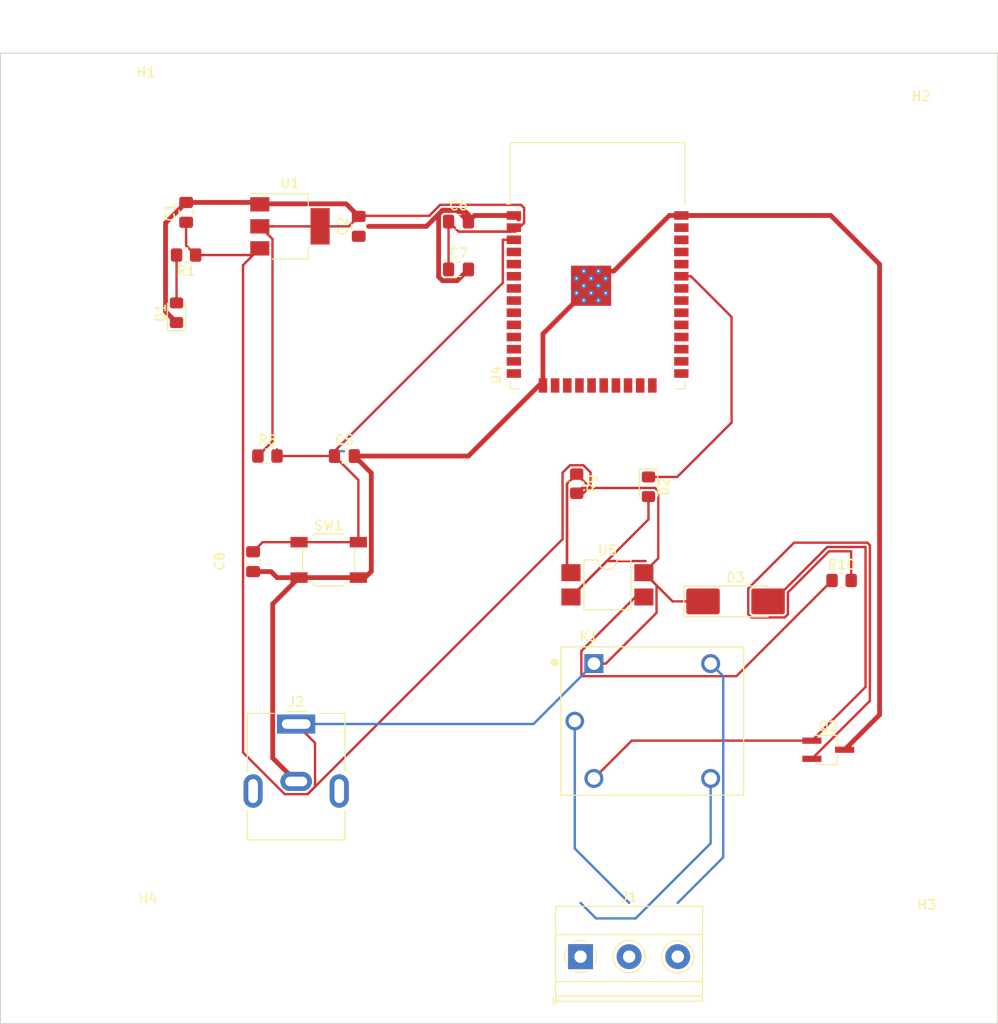
<source format=kicad_pcb>
(kicad_pcb (version 20240108) (generator "pcbnew") (generator_version "8.0")
  (layers (0 "F.Cu" signal) (31 "B.Cu" signal) (34 "B.Paste" user) (35 "F.Paste" user) (36 "B.SilkS" user "B.Silkscreen") (37 "F.SilkS" user "F.Silkscreen") (38 "B.Mask" user) (39 "F.Mask" user) (44 "Edge.Cuts" user))
  (net 0 "")
  (net 1 "+5V")
  (net 2 "GND")
  (net 3 "+3.3V")
  (net 4 "/RESET")
  (net 5 "Net-(D1-A)")
  (net 6 "/IO_21")
  (net 7 "Net-(D2-A)")
  (net 8 "Net-(D3-A)")
  (net 9 "/COM-1")
  (net 10 "/NO-1")
  (net 11 "/NC-1")
  (net 12 "Net-(Q2-B)")
  (net 13 "Net-(R9-Pad1)")
  (net 14 "Net-(R10-Pad1)")
  (footprint "Capacitor_SMD:C_0805_2012Metric_Pad1.18x1.45mm_HandSolder" (layer "F.Cu") (at 143.4625 74)
    (property "Reference" "C6" (at 0 -1.68 0) (layer "F.SilkS"))
    (property "Value" "0.1uF")
    (fp_line (start -0.261252 -0.735) (end 0.261252 -0.735) (stroke (width 0.12)) (layer "F.SilkS"))
    (fp_line (start -0.261252 0.735) (end 0.261252 0.735) (stroke (width 0.12)) (layer "F.SilkS"))
    (pad "1" smd roundrect (at -1.0375 0) (size 1.175 1.45) (layers "F.Cu" "F.Paste" "F.Mask") (roundrect_rratio 0.212766) (net 3 "+3.3V"))
    (pad "2" smd roundrect (at 1.0375 0) (size 1.175 1.45) (layers "F.Cu" "F.Paste" "F.Mask") (roundrect_rratio 0.212766) (net 2 "GND"))
  )
  (footprint "local_lib:ESP32-WROOM-32" (layer "F.Cu") (at 158 81.615)
    (property "Reference" "U4" (at -10.61 8.43 90) (layer "F.SilkS"))
    (property "Value" "ESP32-WROOM-32")
    (fp_line (start -9.12 -15.86) (end -9.12 -9.445) (stroke (width 0.12)) (layer "F.SilkS"))
    (fp_line (start -9.12 -15.86) (end 9.12 -15.86) (stroke (width 0.12)) (layer "F.SilkS"))
    (fp_line (start -9.12 -9.445) (end -9.5 -9.445) (stroke (width 0.12)) (layer "F.SilkS"))
    (fp_line (start -9.12 9.1) (end -9.12 9.88) (stroke (width 0.12)) (layer "F.SilkS"))
    (fp_line (start -9.12 9.88) (end -8.12 9.88) (stroke (width 0.12)) (layer "F.SilkS"))
    (fp_line (start 9.12 -15.86) (end 9.12 -9.445) (stroke (width 0.12)) (layer "F.SilkS"))
    (fp_line (start 9.12 9.1) (end 9.12 9.88) (stroke (width 0.12)) (layer "F.SilkS"))
    (fp_line (start 9.12 9.88) (end 8.12 9.88) (stroke (width 0.12)) (layer "F.SilkS"))
    (pad "1" smd rect (at -8.75 -8.25) (size 1.5 0.9) (layers "F.Cu" "F.Paste" "F.Mask") (net 2 "GND"))
    (pad "2" smd rect (at -8.75 -6.98) (size 1.5 0.9) (layers "F.Cu" "F.Paste" "F.Mask") (net 3 "+3.3V"))
    (pad "3" smd rect (at -8.75 -5.71) (size 1.5 0.9) (layers "F.Cu" "F.Paste" "F.Mask") (net 4 "/RESET"))
    (pad "4" smd rect (at -8.75 -4.44) (size 1.5 0.9) (layers "F.Cu" "F.Paste" "F.Mask"))
    (pad "5" smd rect (at -8.75 -3.17) (size 1.5 0.9) (layers "F.Cu" "F.Paste" "F.Mask"))
    (pad "6" smd rect (at -8.75 -1.9) (size 1.5 0.9) (layers "F.Cu" "F.Paste" "F.Mask"))
    (pad "7" smd rect (at -8.75 -0.63) (size 1.5 0.9) (layers "F.Cu" "F.Paste" "F.Mask"))
    (pad "8" smd rect (at -8.75 0.64) (size 1.5 0.9) (layers "F.Cu" "F.Paste" "F.Mask"))
    (pad "9" smd rect (at -8.75 1.91) (size 1.5 0.9) (layers "F.Cu" "F.Paste" "F.Mask"))
    (pad "10" smd rect (at -8.75 3.18) (size 1.5 0.9) (layers "F.Cu" "F.Paste" "F.Mask"))
    (pad "11" smd rect (at -8.75 4.45) (size 1.5 0.9) (layers "F.Cu" "F.Paste" "F.Mask"))
    (pad "12" smd rect (at -8.75 5.72) (size 1.5 0.9) (layers "F.Cu" "F.Paste" "F.Mask"))
    (pad "13" smd rect (at -8.75 6.99) (size 1.5 0.9) (layers "F.Cu" "F.Paste" "F.Mask"))
    (pad "14" smd rect (at -8.75 8.26) (size 1.5 0.9) (layers "F.Cu" "F.Paste" "F.Mask"))
    (pad "15" smd rect (at -5.71 9.51 90) (size 1.5 0.9) (layers "F.Cu" "F.Paste" "F.Mask") (net 2 "GND"))
    (pad "16" smd rect (at -4.44 9.51 90) (size 1.5 0.9) (layers "F.Cu" "F.Paste" "F.Mask"))
    (pad "17" smd rect (at -3.17 9.51 90) (size 1.5 0.9) (layers "F.Cu" "F.Paste" "F.Mask"))
    (pad "18" smd rect (at -1.9 9.51 90) (size 1.5 0.9) (layers "F.Cu" "F.Paste" "F.Mask"))
    (pad "19" smd rect (at -0.63 9.51 90) (size 1.5 0.9) (layers "F.Cu" "F.Paste" "F.Mask"))
    (pad "20" smd rect (at 0.64 9.51 90) (size 1.5 0.9) (layers "F.Cu" "F.Paste" "F.Mask"))
    (pad "21" smd rect (at 1.91 9.51 90) (size 1.5 0.9) (layers "F.Cu" "F.Paste" "F.Mask"))
    (pad "22" smd rect (at 3.18 9.51 90) (size 1.5 0.9) (layers "F.Cu" "F.Paste" "F.Mask"))
    (pad "23" smd rect (at 4.45 9.51 90) (size 1.5 0.9) (layers "F.Cu" "F.Paste" "F.Mask"))
    (pad "24" smd rect (at 5.72 9.51 90) (size 1.5 0.9) (layers "F.Cu" "F.Paste" "F.Mask"))
    (pad "25" smd rect (at 8.75 8.26) (size 1.5 0.9) (layers "F.Cu" "F.Paste" "F.Mask"))
    (pad "26" smd rect (at 8.75 6.99) (size 1.5 0.9) (layers "F.Cu" "F.Paste" "F.Mask"))
    (pad "27" smd rect (at 8.75 5.72) (size 1.5 0.9) (layers "F.Cu" "F.Paste" "F.Mask"))
    (pad "28" smd rect (at 8.75 4.45) (size 1.5 0.9) (layers "F.Cu" "F.Paste" "F.Mask"))
    (pad "29" smd rect (at 8.75 3.18) (size 1.5 0.9) (layers "F.Cu" "F.Paste" "F.Mask"))
    (pad "30" smd rect (at 8.75 1.91) (size 1.5 0.9) (layers "F.Cu" "F.Paste" "F.Mask"))
    (pad "31" smd rect (at 8.75 0.64) (size 1.5 0.9) (layers "F.Cu" "F.Paste" "F.Mask"))
    (pad "32" smd rect (at 8.75 -0.63) (size 1.5 0.9) (layers "F.Cu" "F.Paste" "F.Mask"))
    (pad "33" smd rect (at 8.75 -1.9) (size 1.5 0.9) (layers "F.Cu" "F.Paste" "F.Mask") (net 6 "/IO_21"))
    (pad "34" smd rect (at 8.75 -3.17) (size 1.5 0.9) (layers "F.Cu" "F.Paste" "F.Mask"))
    (pad "35" smd rect (at 8.75 -4.44) (size 1.5 0.9) (layers "F.Cu" "F.Paste" "F.Mask"))
    (pad "36" smd rect (at 8.75 -5.71) (size 1.5 0.9) (layers "F.Cu" "F.Paste" "F.Mask"))
    (pad "37" smd rect (at 8.75 -6.98) (size 1.5 0.9) (layers "F.Cu" "F.Paste" "F.Mask"))
    (pad "38" smd rect (at 8.75 -8.25) (size 1.5 0.9) (layers "F.Cu" "F.Paste" "F.Mask") (net 2 "GND"))
    (pad "39" smd rect (at -2.205 -2.435) (size 1.05 1.05) (layers "F.Cu" "F.Paste") (net 2 "GND"))
    (pad "39" thru_hole circle (at -2.205 -1.6725) (size 0.6 0.6) (drill 0.2) (property pad_prop_heatsink) (layers "*.Cu" "F.Mask") (net 2 "GND"))
    (pad "39" smd rect (at -2.205 -0.91) (size 1.05 1.05) (layers "F.Cu" "F.Paste") (net 2 "GND"))
    (pad "39" thru_hole circle (at -2.205 -0.1475) (size 0.6 0.6) (drill 0.2) (property pad_prop_heatsink) (layers "*.Cu" "F.Mask") (net 2 "GND"))
    (pad "39" smd rect (at -2.205 0.615) (size 1.05 1.05) (layers "F.Cu" "F.Paste") (net 2 "GND"))
    (pad "39" thru_hole circle (at -1.4425 -2.435) (size 0.6 0.6) (drill 0.2) (property pad_prop_heatsink) (layers "*.Cu" "F.Mask") (net 2 "GND"))
    (pad "39" thru_hole circle (at -1.4425 -0.91) (size 0.6 0.6) (drill 0.2) (property pad_prop_heatsink) (layers "*.Cu" "F.Mask") (net 2 "GND"))
    (pad "39" thru_hole circle (at -1.4425 0.615) (size 0.6 0.6) (drill 0.2) (property pad_prop_heatsink) (layers "*.Cu" "F.Mask") (net 2 "GND"))
    (pad "39" smd rect (at -0.68 -2.435) (size 1.05 1.05) (layers "F.Cu" "F.Paste") (net 2 "GND"))
    (pad "39" thru_hole circle (at -0.68 -1.6725) (size 0.6 0.6) (drill 0.2) (property pad_prop_heatsink) (layers "*.Cu" "F.Mask") (net 2 "GND"))
    (pad "39" smd rect (at -0.68 -0.91) (size 1.05 1.05) (layers "F.Cu" "F.Paste") (net 2 "GND"))
    (pad "39" smd rect (at -0.68 -0.91) (size 4.2 4.2) (layers "F.Cu" "F.Mask") (net 2 "GND"))
    (pad "39" thru_hole circle (at -0.68 -0.1475) (size 0.6 0.6) (drill 0.2) (property pad_prop_heatsink) (layers "*.Cu" "F.Mask") (net 2 "GND"))
    (pad "39" smd rect (at -0.68 0.615) (size 1.05 1.05) (layers "F.Cu" "F.Paste") (net 2 "GND"))
    (pad "39" thru_hole circle (at 0.0825 -2.435) (size 0.6 0.6) (drill 0.2) (property pad_prop_heatsink) (layers "*.Cu" "F.Mask") (net 2 "GND"))
    (pad "39" thru_hole circle (at 0.0825 -0.91) (size 0.6 0.6) (drill 0.2) (property pad_prop_heatsink) (layers "*.Cu" "F.Mask") (net 2 "GND"))
    (pad "39" thru_hole circle (at 0.0825 0.615) (size 0.6 0.6) (drill 0.2) (property pad_prop_heatsink) (layers "*.Cu" "F.Mask") (net 2 "GND"))
    (pad "39" smd rect (at 0.845 -2.435) (size 1.05 1.05) (layers "F.Cu" "F.Paste") (net 2 "GND"))
    (pad "39" thru_hole circle (at 0.845 -1.6725) (size 0.6 0.6) (drill 0.2) (property pad_prop_heatsink) (layers "*.Cu" "F.Mask") (net 2 "GND"))
    (pad "39" smd rect (at 0.845 -0.91) (size 1.05 1.05) (layers "F.Cu" "F.Paste") (net 2 "GND"))
    (pad "39" thru_hole circle (at 0.845 -0.1475) (size 0.6 0.6) (drill 0.2) (property pad_prop_heatsink) (layers "*.Cu" "F.Mask") (net 2 "GND"))
    (pad "39" smd rect (at 0.845 0.615) (size 1.05 1.05) (layers "F.Cu" "F.Paste") (net 2 "GND"))
  )
  (footprint "Capacitor_SMD:C_0805_2012Metric_Pad1.18x1.45mm_HandSolder" (layer "F.Cu") (at 122 109.5375 90)
    (property "Reference" "C8" (at 0.0375 -3.5 90) (layer "F.SilkS"))
    (property "Value" "0.1uF")
    (fp_line (start -0.261252 -0.735) (end 0.261252 -0.735) (stroke (width 0.12)) (layer "F.SilkS"))
    (fp_line (start -0.261252 0.735) (end 0.261252 0.735) (stroke (width 0.12)) (layer "F.SilkS"))
    (pad "1" smd roundrect (at -1.0375 0 90) (size 1.175 1.45) (layers "F.Cu" "F.Paste" "F.Mask") (roundrect_rratio 0.212766) (net 2 "GND"))
    (pad "2" smd roundrect (at 1.0375 0 90) (size 1.175 1.45) (layers "F.Cu" "F.Paste" "F.Mask") (roundrect_rratio 0.212766) (net 4 "/RESET"))
  )
  (footprint "Resistor_SMD:R_0805_2012Metric_Pad1.20x1.40mm_HandSolder" (layer "F.Cu") (at 123.5 98.5)
    (property "Reference" "R8" (at 0 -1.65 0) (layer "F.SilkS"))
    (property "Value" "10K")
    (fp_line (start -0.227064 -0.735) (end 0.227064 -0.735) (stroke (width 0.12)) (layer "F.SilkS"))
    (fp_line (start -0.227064 0.735) (end 0.227064 0.735) (stroke (width 0.12)) (layer "F.SilkS"))
    (pad "1" smd roundrect (at -1 0) (size 1.2 1.4) (layers "F.Cu" "F.Paste" "F.Mask") (roundrect_rratio 0.208333) (net 3 "+3.3V"))
    (pad "2" smd roundrect (at 1 0) (size 1.2 1.4) (layers "F.Cu" "F.Paste" "F.Mask") (roundrect_rratio 0.208333) (net 4 "/RESET"))
  )
  (footprint "local_lib:SMDIP-4_W7.62mm" (layer "F.Cu") (at 159.025 111.955)
    (property "Reference" "U5" (at 0 -3.6 0) (layer "F.SilkS"))
    (property "Value" "PC817")
    (fp_line (start -2.45 -2.6) (end -2.45 2.6) (stroke (width 0.12)) (layer "F.SilkS"))
    (fp_line (start -2.45 2.6) (end 2.45 2.6) (stroke (width 0.12)) (layer "F.SilkS"))
    (fp_line (start -1 -2.6) (end -2.45 -2.6) (stroke (width 0.12)) (layer "F.SilkS"))
    (fp_line (start 2.45 -2.6) (end 1 -2.6) (stroke (width 0.12)) (layer "F.SilkS"))
    (fp_line (start 2.45 2.6) (end 2.45 -2.6) (stroke (width 0.12)) (layer "F.SilkS"))
    (fp_arc (start 1 -2.6) (mid 0 -1.6) (end -1 -2.6) (stroke (width 0.12)) (layer "F.SilkS"))
    (pad "1" smd rect (at -3.81 -1.27) (size 2 1.78) (layers "F.Cu" "F.Paste" "F.Mask") (net 13 "Net-(R9-Pad1)"))
    (pad "2" smd rect (at -3.81 1.27) (size 2 1.78) (layers "F.Cu" "F.Paste" "F.Mask") (net 7 "Net-(D2-A)"))
    (pad "3" smd rect (at 3.81 1.27) (size 2 1.78) (layers "F.Cu" "F.Paste" "F.Mask") (net 14 "Net-(R10-Pad1)"))
    (pad "4" smd rect (at 3.81 -1.27) (size 2 1.78) (layers "F.Cu" "F.Paste" "F.Mask") (net 1 "+5V"))
  )
  (footprint "Resistor_SMD:R_0805_2012Metric_Pad1.20x1.40mm_HandSolder" (layer "F.Cu") (at 155.815 101.385 -90)
    (property "Reference" "R9" (at 0 -1.65 90) (layer "F.SilkS"))
    (property "Value" "1K")
    (fp_line (start -0.227064 0.735) (end 0.227064 0.735) (stroke (width 0.12)) (layer "F.SilkS"))
    (fp_line (start -0.227064 -0.735) (end 0.227064 -0.735) (stroke (width 0.12)) (layer "F.SilkS"))
    (pad "1" smd roundrect (at -1 0 270) (size 1.2 1.4) (layers "F.Cu" "F.Paste" "F.Mask") (roundrect_rratio 0.208333) (net 13 "Net-(R9-Pad1)"))
    (pad "2" smd roundrect (at 1 0 270) (size 1.2 1.4) (layers "F.Cu" "F.Paste" "F.Mask") (roundrect_rratio 0.208333) (net 1 "+5V"))
  )
  (footprint "TerminalBlock_Phoenix:TerminalBlock_Phoenix_MKDS-1,5-3-5.08_1x03_P5.08mm_Horizontal" (layer "F.Cu") (at 156.215 150.805)
    (property "Reference" "J1" (at 5.08 -6.26 0) (layer "F.SilkS"))
    (property "Value" "Relay1")
    (fp_line (start -2.84 4.16) (end -2.84 4.9) (stroke (width 0.12)) (layer "F.SilkS"))
    (fp_line (start -2.84 4.9) (end -2.34 4.9) (stroke (width 0.12)) (layer "F.SilkS"))
    (fp_line (start -2.6 -5.261) (end -2.6 4.66) (stroke (width 0.12)) (layer "F.SilkS"))
    (fp_line (start -2.6 -5.261) (end 12.76 -5.261) (stroke (width 0.12)) (layer "F.SilkS"))
    (fp_line (start -2.6 -2.301) (end 12.76 -2.301) (stroke (width 0.12)) (layer "F.SilkS"))
    (fp_line (start -2.6 2.6) (end 12.76 2.6) (stroke (width 0.12)) (layer "F.SilkS"))
    (fp_line (start -2.6 4.1) (end 12.76 4.1) (stroke (width 0.12)) (layer "F.SilkS"))
    (fp_line (start -2.6 4.66) (end 12.76 4.66) (stroke (width 0.12)) (layer "F.SilkS"))
    (fp_line (start 3.853 1.023) (end 3.806 1.069) (stroke (width 0.12)) (layer "F.SilkS"))
    (fp_line (start 4.046 1.239) (end 4.011 1.274) (stroke (width 0.12)) (layer "F.SilkS"))
    (fp_line (start 6.15 -1.275) (end 6.115 -1.239) (stroke (width 0.12)) (layer "F.SilkS"))
    (fp_line (start 6.355 -1.069) (end 6.308 -1.023) (stroke (width 0.12)) (layer "F.SilkS"))
    (fp_line (start 8.933 1.023) (end 8.886 1.069) (stroke (width 0.12)) (layer "F.SilkS"))
    (fp_line (start 9.126 1.239) (end 9.091 1.274) (stroke (width 0.12)) (layer "F.SilkS"))
    (fp_line (start 11.23 -1.275) (end 11.195 -1.239) (stroke (width 0.12)) (layer "F.SilkS"))
    (fp_line (start 11.435 -1.069) (end 11.388 -1.023) (stroke (width 0.12)) (layer "F.SilkS"))
    (fp_line (start 12.76 -5.261) (end 12.76 4.66) (stroke (width 0.12)) (layer "F.SilkS"))
    (fp_arc (start -1.535427 0.683042) (mid -1.680501 -0.000524) (end -1.535 -0.684) (stroke (width 0.12)) (layer "F.SilkS"))
    (fp_arc (start -0.683042 -1.535427) (mid 0.000524 -1.680501) (end 0.684 -1.535) (stroke (width 0.12)) (layer "F.SilkS"))
    (fp_arc (start 0.028805 1.680253) (mid -0.335551 1.646659) (end -0.684 1.535) (stroke (width 0.12)) (layer "F.SilkS"))
    (fp_arc (start 0.683318 1.534756) (mid 0.349292 1.643288) (end 0 1.68) (stroke (width 0.12)) (layer "F.SilkS"))
    (fp_arc (start 1.535427 -0.683042) (mid 1.680501 0.000524) (end 1.535 0.684) (stroke (width 0.12)) (layer "F.SilkS"))
    (fp_circle (center 5.08 0) (end 6.76 0) (stroke (width 0.12)) (fill none) (layer "F.SilkS"))
    (fp_circle (center 10.16 0) (end 11.84 0) (stroke (width 0.12)) (fill none) (layer "F.SilkS"))
    (pad "1" thru_hole rect (at 0 0) (size 2.6 2.6) (drill 1.3) (layers "*.Cu" "*.Mask") (net 10 "/NO-1"))
    (pad "2" thru_hole circle (at 5.08 0) (size 2.6 2.6) (drill 1.3) (layers "*.Cu" "*.Mask") (net 9 "/COM-1"))
    (pad "3" thru_hole circle (at 10.16 0) (size 2.6 2.6) (drill 1.3) (layers "*.Cu" "*.Mask") (net 11 "/NC-1"))
  )
  (footprint "LED_SMD:LED_0805_2012Metric_Pad1.15x1.40mm_HandSolder" (layer "F.Cu") (at 163.315 101.71 -90)
    (property "Reference" "D2" (at 0 -1.65 90) (layer "F.SilkS"))
    (property "Value" "RED_LED")
    (fp_line (start -1.86 0.96) (end 1 0.96) (stroke (width 0.12)) (layer "F.SilkS"))
    (fp_line (start -1.86 -0.96) (end -1.86 0.96) (stroke (width 0.12)) (layer "F.SilkS"))
    (fp_line (start 1 -0.96) (end -1.86 -0.96) (stroke (width 0.12)) (layer "F.SilkS"))
    (pad "1" smd roundrect (at -1.025 0 270) (size 1.15 1.4) (layers "F.Cu" "F.Paste" "F.Mask") (roundrect_rratio 0.217391) (net 6 "/IO_21"))
    (pad "2" smd roundrect (at 1.025 0 270) (size 1.15 1.4) (layers "F.Cu" "F.Paste" "F.Mask") (roundrect_rratio 0.217391) (net 7 "Net-(D2-A)"))
  )
  (footprint "LED_SMD:LED_0805_2012Metric_Pad1.15x1.40mm_HandSolder" (layer "F.Cu") (at 114 83.525 90)
    (property "Reference" "D1" (at 0 -1.65 90) (layer "F.SilkS"))
    (property "Value" "YELLOW_LED")
    (fp_line (start 1 -0.96) (end -1.86 -0.96) (stroke (width 0.12)) (layer "F.SilkS"))
    (fp_line (start -1.86 -0.96) (end -1.86 0.96) (stroke (width 0.12)) (layer "F.SilkS"))
    (fp_line (start -1.86 0.96) (end 1 0.96) (stroke (width 0.12)) (layer "F.SilkS"))
    (pad "1" smd roundrect (at -1.025 0 90) (size 1.15 1.4) (layers "F.Cu" "F.Paste" "F.Mask") (roundrect_rratio 0.217391) (net 2 "GND"))
    (pad "2" smd roundrect (at 1.025 0 90) (size 1.15 1.4) (layers "F.Cu" "F.Paste" "F.Mask") (roundrect_rratio 0.217391) (net 5 "Net-(D1-A)"))
  )
  (footprint "Connector_BarrelJack:BarrelJack_CUI_PJ-063AH_Horizontal" (layer "F.Cu") (at 126.5 126.5)
    (property "Reference" "J2" (at 0 -2.3 0) (layer "F.SilkS"))
    (property "Value" "Jack-DC" (hide yes))
    (fp_line (start -5.11 -1.11) (end -2.3 -1.11) (stroke (width 0.12)) (layer "F.SilkS"))
    (fp_line (start -5.11 4.95) (end -5.11 -1.11) (stroke (width 0.12)) (layer "F.SilkS"))
    (fp_line (start -5.11 12.11) (end -5.11 9.05) (stroke (width 0.12)) (layer "F.SilkS"))
    (fp_line (start -1 -1.3) (end 1 -1.3) (stroke (width 0.12)) (layer "F.SilkS"))
    (fp_line (start 2.3 -1.11) (end 5.11 -1.11) (stroke (width 0.12)) (layer "F.SilkS"))
    (fp_line (start 5.11 -1.11) (end 5.11 4.95) (stroke (width 0.12)) (layer "F.SilkS"))
    (fp_line (start 5.11 9.05) (end 5.11 12.11) (stroke (width 0.12)) (layer "F.SilkS"))
    (fp_line (start 5.11 12.11) (end -5.11 12.11) (stroke (width 0.12)) (layer "F.SilkS"))
    (pad "" np_thru_hole circle (at 0 9) (size 1.6 1.6) (drill 1.6) (layers "*.Cu" "*.Mask"))
    (pad "1" thru_hole rect (at 0 0) (size 4 2) (drill oval 3 1) (layers "*.Cu" "*.Mask") (net 1 "+5V"))
    (pad "2" thru_hole oval (at 0 6) (size 3.3 2) (drill oval 2.3 1) (layers "*.Cu" "*.Mask") (net 2 "GND"))
    (pad "MP" thru_hole oval (at -4.5 7) (size 2 3.5) (drill oval 1 2.5) (layers "*.Cu" "*.Mask"))
    (pad "MP" thru_hole oval (at 4.5 7) (size 2 3.5) (drill oval 1 2.5) (layers "*.Cu" "*.Mask"))
  )
  (footprint "MountingHole:MountingHole_3.2mm_M3" (layer "F.Cu") (at 191.8 65.1)
    (property "Reference" "H2" (at 0 -4.2 0) (layer "F.SilkS"))
    (property "Value" "MountingHole")
    (pad "" np_thru_hole circle (at 0 0) (size 3.2 3.2) (drill 3.2) (layers "*.Cu" "*.Mask"))
  )
  (footprint "Capacitor_SMD:C_0805_2012Metric_Pad1.18x1.45mm_HandSolder" (layer "F.Cu") (at 143.4625 79)
    (property "Reference" "C7" (at 0 -1.68 0) (layer "F.SilkS"))
    (property "Value" "22uF")
    (fp_line (start -0.261252 -0.735) (end 0.261252 -0.735) (stroke (width 0.12)) (layer "F.SilkS"))
    (fp_line (start -0.261252 0.735) (end 0.261252 0.735) (stroke (width 0.12)) (layer "F.SilkS"))
    (pad "1" smd roundrect (at -1.0375 0) (size 1.175 1.45) (layers "F.Cu" "F.Paste" "F.Mask") (roundrect_rratio 0.212766) (net 3 "+3.3V"))
    (pad "2" smd roundrect (at 1.0375 0) (size 1.175 1.45) (layers "F.Cu" "F.Paste" "F.Mask") (roundrect_rratio 0.212766) (net 2 "GND"))
  )
  (footprint "local_lib:SW_SPST_SKQG_WithStem" (layer "F.Cu") (at 129.9 109.35)
    (property "Reference" "SW1" (at 0 -3.6 0) (layer "F.SilkS"))
    (property "Value" "SW_SKQG")
    (fp_line (start -2.72 1.04) (end -2.72 -1.04) (stroke (width 0.12)) (layer "F.SilkS"))
    (fp_line (start -1.45 -2.72) (end -1.94 -2.23) (stroke (width 0.12)) (layer "F.SilkS"))
    (fp_line (start -1.45 -2.72) (end 1.45 -2.72) (stroke (width 0.12)) (layer "F.SilkS"))
    (fp_line (start -1.45 2.72) (end -1.94 2.23) (stroke (width 0.12)) (layer "F.SilkS"))
    (fp_line (start -1.45 2.72) (end 1.45 2.72) (stroke (width 0.12)) (layer "F.SilkS"))
    (fp_line (start 1.45 -2.72) (end 1.94 -2.23) (stroke (width 0.12)) (layer "F.SilkS"))
    (fp_line (start 1.45 2.72) (end 1.94 2.23) (stroke (width 0.12)) (layer "F.SilkS"))
    (fp_line (start 2.72 1.04) (end 2.72 -1.04) (stroke (width 0.12)) (layer "F.SilkS"))
    (pad "1" smd rect (at -3.1 -1.85) (size 1.8 1.1) (layers "F.Cu" "F.Paste" "F.Mask") (net 4 "/RESET"))
    (pad "1" smd rect (at 3.1 -1.85) (size 1.8 1.1) (layers "F.Cu" "F.Paste" "F.Mask") (net 4 "/RESET"))
    (pad "2" smd rect (at -3.1 1.85) (size 1.8 1.1) (layers "F.Cu" "F.Paste" "F.Mask") (net 2 "GND"))
    (pad "2" smd rect (at 3.1 1.85) (size 1.8 1.1) (layers "F.Cu" "F.Paste" "F.Mask") (net 2 "GND"))
  )
  (footprint "Capacitor_SMD:C_0805_2012Metric_Pad1.18x1.45mm_HandSolder" (layer "F.Cu") (at 131.5375 98.5)
    (property "Reference" "C5" (at 0 -1.68 0) (layer "F.SilkS"))
    (property "Value" "0.1uF")
    (fp_line (start -0.261252 -0.735) (end 0.261252 -0.735) (stroke (width 0.12)) (layer "F.SilkS"))
    (fp_line (start -0.261252 0.735) (end 0.261252 0.735) (stroke (width 0.12)) (layer "F.SilkS"))
    (pad "1" smd roundrect (at -1.0375 0) (size 1.175 1.45) (layers "F.Cu" "F.Paste" "F.Mask") (roundrect_rratio 0.212766) (net 4 "/RESET"))
    (pad "2" smd roundrect (at 1.0375 0) (size 1.175 1.45) (layers "F.Cu" "F.Paste" "F.Mask") (roundrect_rratio 0.212766) (net 2 "GND"))
  )
  (footprint "Resistor_SMD:R_0805_2012Metric_Pad1.20x1.40mm_HandSolder" (layer "F.Cu") (at 183.5 111.5)
    (property "Reference" "R10" (at 0 -1.65 0) (layer "F.SilkS"))
    (property "Value" "1K")
    (fp_line (start -0.227064 -0.735) (end 0.227064 -0.735) (stroke (width 0.12)) (layer "F.SilkS"))
    (fp_line (start -0.227064 0.735) (end 0.227064 0.735) (stroke (width 0.12)) (layer "F.SilkS"))
    (pad "1" smd roundrect (at -1 0) (size 1.2 1.4) (layers "F.Cu" "F.Paste" "F.Mask") (roundrect_rratio 0.208333) (net 14 "Net-(R10-Pad1)"))
    (pad "2" smd roundrect (at 1 0) (size 1.2 1.4) (layers "F.Cu" "F.Paste" "F.Mask") (roundrect_rratio 0.208333) (net 12 "Net-(Q2-B)"))
  )
  (footprint "local_lib:D_MELF_Handsoldering" (layer "F.Cu") (at 172.415 113.685)
    (property "Reference" "D3" (at 0 -2.5 0) (layer "F.SilkS"))
    (property "Value" "1N4007")
    (fp_line (start -5.41 -1.61) (end -5.41 1.61) (stroke (width 0.12)) (layer "F.SilkS"))
    (fp_line (start -5.41 1.61) (end 3.4 1.61) (stroke (width 0.12)) (layer "F.SilkS"))
    (fp_line (start 3.4 -1.61) (end -5.41 -1.61) (stroke (width 0.12)) (layer "F.SilkS"))
    (pad "1" smd roundrect (at -3.4 0) (size 3.5 2.7) (layers "F.Cu" "F.Paste" "F.Mask") (roundrect_rratio 0.0925925926) (net 1 "+5V"))
    (pad "2" smd roundrect (at 3.4 0) (size 3.5 2.7) (layers "F.Cu" "F.Paste" "F.Mask") (roundrect_rratio 0.0925925926) (net 8 "Net-(D3-A)"))
  )
  (footprint "Resistor_SMD:R_0805_2012Metric_Pad1.20x1.40mm_HandSolder" (layer "F.Cu") (at 115 77.5 180)
    (property "Reference" "R1" (at 0 -1.65 0) (layer "F.SilkS"))
    (property "Value" "2K")
    (fp_line (start -0.227064 0.735) (end 0.227064 0.735) (stroke (width 0.12)) (layer "F.SilkS"))
    (fp_line (start -0.227064 -0.735) (end 0.227064 -0.735) (stroke (width 0.12)) (layer "F.SilkS"))
    (pad "1" smd roundrect (at -1 0 180) (size 1.2 1.4) (layers "F.Cu" "F.Paste" "F.Mask") (roundrect_rratio 0.208333) (net 1 "+5V"))
    (pad "2" smd roundrect (at 1 0 180) (size 1.2 1.4) (layers "F.Cu" "F.Paste" "F.Mask") (roundrect_rratio 0.208333) (net 5 "Net-(D1-A)"))
  )
  (footprint "local_lib:SOT-223-3_TabPin2" (layer "F.Cu") (at 125.85 74.5)
    (property "Reference" "U1" (at 0 -4.5 0) (layer "F.SilkS"))
    (property "Value" "AMS1117-3.3")
    (fp_line (start -4.1 -3.41) (end 1.91 -3.41) (stroke (width 0.12)) (layer "F.SilkS"))
    (fp_line (start -1.85 3.41) (end 1.91 3.41) (stroke (width 0.12)) (layer "F.SilkS"))
    (fp_line (start 1.91 -3.41) (end 1.91 -2.15) (stroke (width 0.12)) (layer "F.SilkS"))
    (fp_line (start 1.91 3.41) (end 1.91 2.15) (stroke (width 0.12)) (layer "F.SilkS"))
    (pad "1" smd rect (at -3.15 -2.3) (size 2 1.5) (layers "F.Cu" "F.Paste" "F.Mask") (net 2 "GND"))
    (pad "2" smd rect (at -3.15 0) (size 2 1.5) (layers "F.Cu" "F.Paste" "F.Mask") (net 3 "+3.3V"))
    (pad "2" smd rect (at 3.15 0) (size 2 3.8) (layers "F.Cu" "F.Paste" "F.Mask") (net 3 "+3.3V"))
    (pad "3" smd rect (at -3.15 2.3) (size 2 1.5) (layers "F.Cu" "F.Paste" "F.Mask") (net 1 "+5V"))
  )
  (footprint "local_lib:TSOT-23_HandSoldering" (layer "F.Cu") (at 182.105 129.185)
    (property "Reference" "Q2" (at 0 -2.45 0) (layer "F.SilkS"))
    (property "Value" "BC547A")
    (fp_line (start 0.93 -1.51) (end -1.5 -1.51) (stroke (width 0.12)) (layer "F.SilkS"))
    (fp_line (start 0.95 -1.5) (end 0.95 -0.5) (stroke (width 0.12)) (layer "F.SilkS"))
    (fp_line (start 0.95 0.5) (end 0.95 1.55) (stroke (width 0.12)) (layer "F.SilkS"))
    (fp_line (start 0.95 1.55) (end -0.9 1.55) (stroke (width 0.12)) (layer "F.SilkS"))
    (pad "1" smd rect (at -1.71 -0.95) (size 2 0.65) (layers "F.Cu" "F.Paste" "F.Mask") (net 8 "Net-(D3-A)"))
    (pad "2" smd rect (at -1.71 0.95) (size 2 0.65) (layers "F.Cu" "F.Paste" "F.Mask") (net 12 "Net-(Q2-B)"))
    (pad "3" smd rect (at 1.71 0) (size 2 0.65) (layers "F.Cu" "F.Paste" "F.Mask") (net 2 "GND"))
  )
  (footprint "MountingHole:MountingHole_3.2mm_M3" (layer "F.Cu") (at 110.8 62.6)
    (property "Reference" "H1" (at 0 -4.2 0) (layer "F.SilkS"))
    (property "Value" "MountingHole")
    (pad "" np_thru_hole circle (at 0 0) (size 3.2 3.2) (drill 3.2) (layers "*.Cu" "*.Mask"))
  )
  (footprint "Capacitor_SMD:C_0805_2012Metric_Pad1.18x1.45mm_HandSolder" (layer "F.Cu") (at 115 73.0375 90)
    (property "Reference" "C1" (at 0 -1.68 90) (layer "F.SilkS"))
    (property "Value" "22uF")
    (fp_line (start -0.261252 -0.735) (end 0.261252 -0.735) (stroke (width 0.12)) (layer "F.SilkS"))
    (fp_line (start -0.261252 0.735) (end 0.261252 0.735) (stroke (width 0.12)) (layer "F.SilkS"))
    (pad "1" smd roundrect (at -1.0375 0 90) (size 1.175 1.45) (layers "F.Cu" "F.Paste" "F.Mask") (roundrect_rratio 0.212766) (net 1 "+5V"))
    (pad "2" smd roundrect (at 1.0375 0 90) (size 1.175 1.45) (layers "F.Cu" "F.Paste" "F.Mask") (roundrect_rratio 0.212766) (net 2 "GND"))
  )
  (footprint "MountingHole:MountingHole_3.2mm_M3" (layer "F.Cu") (at 192.4 149.6)
    (property "Reference" "H3" (at 0 -4.2 0) (layer "F.SilkS"))
    (property "Value" "MountingHole")
    (pad "" np_thru_hole circle (at 0 0) (size 3.2 3.2) (drill 3.2) (layers "*.Cu" "*.Mask"))
  )
  (footprint "MountingHole:MountingHole_3.2mm_M3" (layer "F.Cu") (at 111 148.9)
    (property "Reference" "H4" (at 0 -4.2 0) (layer "F.SilkS"))
    (property "Value" "MountingHole")
    (pad "" np_thru_hole circle (at 0 0) (size 3.2 3.2) (drill 3.2) (layers "*.Cu" "*.Mask"))
  )
  (footprint "Capacitor_SMD:C_0805_2012Metric_Pad1.18x1.45mm_HandSolder" (layer "F.Cu") (at 133.0375 74.5 90)
    (property "Reference" "C2" (at 0 -1.68 90) (layer "F.SilkS"))
    (property "Value" "22uF")
    (fp_line (start -0.261252 -0.735) (end 0.261252 -0.735) (stroke (width 0.12)) (layer "F.SilkS"))
    (fp_line (start -0.261252 0.735) (end 0.261252 0.735) (stroke (width 0.12)) (layer "F.SilkS"))
    (pad "1" smd roundrect (at -1.0375 0 90) (size 1.175 1.45) (layers "F.Cu" "F.Paste" "F.Mask") (roundrect_rratio 0.212766) (net 3 "+3.3V"))
    (pad "2" smd roundrect (at 1.0375 0 90) (size 1.175 1.45) (layers "F.Cu" "F.Paste" "F.Mask") (roundrect_rratio 0.212766) (net 2 "GND"))
  )
  (footprint "local_lib:RELAY_SRD-05VDC-SL-C" (layer "F.Cu") (at 163.715 126.185)
    (property "Reference" "K1" (at -6.62563 -8.83584 0) (layer "F.SilkS") (effects (font (size 1.000094 1.000094))))
    (property "Value" "SRD-05VDC-SL-C")
    (fp_line (start -9.55 -7.75) (end 9.55 -7.75) (stroke (width 0.127)) (layer "F.SilkS"))
    (fp_line (start -9.55 7.75) (end -9.55 -7.75) (stroke (width 0.127)) (layer "F.SilkS"))
    (fp_line (start 9.55 -7.75) (end 9.55 7.75) (stroke (width 0.127)) (layer "F.SilkS"))
    (fp_line (start 9.55 7.75) (end -9.55 7.75) (stroke (width 0.127)) (layer "F.SilkS"))
    (fp_circle (center -10.2 -6.119) (end -10.1 -6.119) (stroke (width 0.3)) (fill none) (layer "F.SilkS"))
    (pad "A1" thru_hole rect (at -6.1 -6) (size 1.98 1.98) (drill 1.32) (layers "*.Cu" "*.Mask") (net 1 "+5V"))
    (pad "A2" thru_hole circle (at -6.1 6) (size 1.98 1.98) (drill 1.32) (layers "*.Cu" "*.Mask") (net 8 "Net-(D3-A)"))
    (pad "COM" thru_hole circle (at -8.1 0) (size 1.935 1.935) (drill 1.29) (layers "*.Cu" "*.Mask") (net 9 "/COM-1"))
    (pad "NC" thru_hole circle (at 6.1 -6) (size 1.98 1.98) (drill 1.32) (layers "*.Cu" "*.Mask") (net 11 "/NC-1"))
    (pad "NO" thru_hole circle (at 6.1 6) (size 1.98 1.98) (drill 1.32) (layers "*.Cu" "*.Mask") (net 10 "/NO-1"))
  )
  (gr_rect (start 95.6 56.4) (end 199.8 157.8) (stroke (width 0.1)) (fill none) (layer "Edge.Cuts"))
  (segment (start 131.5 98) (end 131 98) (width 0.25) (layer "B.Cu") (net 0))
  (segment (start 156.515 102.385) (end 155.815 102.385) (width 0.25) (layer "F.Cu") (net 1))
  (segment (start 169.015 113.685) (end 165.835 113.685) (width 0.25) (layer "F.Cu") (net 1))
  (segment (start 165.835 113.685) (end 162.835 110.685) (width 0.25) (layer "F.Cu") (net 1))
  (segment (start 122.7 76.8) (end 120.95 78.55) (width 0.25) (layer "F.Cu") (net 1))
  (segment (start 164.34 102.1649) (end 164.34 109.18) (width 0.25) (layer "F.Cu") (net 1))
  (segment (start 128.475 128.475) (end 126.5 126.5) (width 0.25) (layer "F.Cu") (net 1))
  (segment (start 157.265 100.2149) (end 157.265 101.635) (width 0.25) (layer "F.Cu") (net 1))
  (segment (start 156.5101 99.46) (end 157.265 100.2149) (width 0.25) (layer "F.Cu") (net 1))
  (segment (start 156.365 101.835) (end 164.0101 101.835) (width 0.25) (layer "F.Cu") (net 1))
  (segment (start 122 77.5) (end 122.7 76.8) (width 0.25) (layer "F.Cu") (net 1))
  (segment (start 164.16 114.88) (end 158.855 120.185) (width 0.25) (layer "F.Cu") (net 1))
  (segment (start 155.815 102.385) (end 156.365 101.835) (width 0.25) (layer "F.Cu") (net 1))
  (segment (start 120.95 78.55) (end 120.95 129.473833) (width 0.25) (layer "F.Cu") (net 1))
  (segment (start 115 74.075) (end 115 76.5) (width 0.25) (layer "F.Cu") (net 1))
  (segment (start 155.1199 99.46) (end 156.5101 99.46) (width 0.25) (layer "F.Cu") (net 1))
  (segment (start 164.0101 101.835) (end 164.34 102.1649) (width 0.25) (layer "F.Cu") (net 1))
  (segment (start 164.34 109.18) (end 162.835 110.685) (width 0.25) (layer "F.Cu") (net 1))
  (segment (start 157.265 101.635) (end 156.515 102.385) (width 0.25) (layer "F.Cu") (net 1))
  (segment (start 115 76.5) (end 116 77.5) (width 0.25) (layer "F.Cu") (net 1))
  (segment (start 127.698833 133.825) (end 128.475 133.048833) (width 0.25) (layer "F.Cu") (net 1))
  (segment (start 127.698833 133.825) (end 154.34 107.183833) (width 0.25) (layer "F.Cu") (net 1))
  (segment (start 125.301167 133.825) (end 127.698833 133.825) (width 0.25) (layer "F.Cu") (net 1))
  (segment (start 162.835 110.685) (end 164.16 112.01) (width 0.25) (layer "F.Cu") (net 1))
  (segment (start 154.34 100.2399) (end 155.1199 99.46) (width 0.25) (layer "F.Cu") (net 1))
  (segment (start 158.855 120.185) (end 157.615 120.185) (width 0.25) (layer "F.Cu") (net 1))
  (segment (start 120.95 129.473833) (end 125.301167 133.825) (width 0.25) (layer "F.Cu") (net 1))
  (segment (start 116 77.5) (end 122 77.5) (width 0.25) (layer "F.Cu") (net 1))
  (segment (start 128.475 133.048833) (end 128.475 128.475) (width 0.25) (layer "F.Cu") (net 1))
  (segment (start 164.16 112.01) (end 164.16 114.88) (width 0.25) (layer "F.Cu") (net 1))
  (segment (start 154.34 107.183833) (end 154.34 100.2399) (width 0.25) (layer "F.Cu") (net 1))
  (segment (start 126.5 126.5) (end 151.3 126.5) (width 0.25) (layer "B.Cu") (net 1))
  (segment (start 151.3 126.5) (end 157.615 120.185) (width 0.25) (layer "B.Cu") (net 1))
  (segment (start 124.05 130.05) (end 126.5 132.5) (width 0.5) (layer "F.Cu") (net 2))
  (segment (start 144.05 72.825) (end 144.5 73.275) (width 0.5) (layer "F.Cu") (net 2))
  (segment (start 187.465 78.465) (end 182.365 73.365) (width 0.5) (layer "F.Cu") (net 2))
  (segment (start 187.465 125.535) (end 187.465 78.465) (width 0.5) (layer "F.Cu") (net 2))
  (segment (start 144.5 79) (end 143.325 80.175) (width 0.5) (layer "F.Cu") (net 2))
  (segment (start 122.7 72.2) (end 122.75 72.15) (width 0.5) (layer "F.Cu") (net 2))
  (segment (start 124.05 113.95) (end 124.05 130.05) (width 0.5) (layer "F.Cu") (net 2))
  (segment (start 132.575 98.5) (end 134.35 100.275) (width 0.5) (layer "F.Cu") (net 2))
  (segment (start 122.75 72.15) (end 131.725 72.15) (width 0.5) (layer "F.Cu") (net 2))
  (segment (start 145.135 73.365) (end 149.25 73.365) (width 0.5) (layer "F.Cu") (net 2))
  (segment (start 143.325 80.175) (end 141.790622 80.175) (width 0.5) (layer "F.Cu") (net 2))
  (segment (start 112.85 74.15) (end 112.85 83.4) (width 0.5) (layer "F.Cu") (net 2))
  (segment (start 144.5 98.5) (end 132.575 98.5) (width 0.5) (layer "F.Cu") (net 2))
  (segment (start 123.875 110.575) (end 122 110.575) (width 0.5) (layer "F.Cu") (net 2))
  (segment (start 141.790622 80.175) (end 141.3875 79.771878) (width 0.5) (layer "F.Cu") (net 2))
  (segment (start 115 72) (end 122.5 72) (width 0.5) (layer "F.Cu") (net 2))
  (segment (start 115 72) (end 112.85 74.15) (width 0.5) (layer "F.Cu") (net 2))
  (segment (start 165.5 73.365) (end 159.685 79.18) (width 0.5) (layer "F.Cu") (net 2))
  (segment (start 166.75 73.365) (end 165.5 73.365) (width 0.5) (layer "F.Cu") (net 2))
  (segment (start 149.25 73.365) (end 149.75 73.365) (width 0.5) (layer "F.Cu") (net 2))
  (segment (start 133 111.2) (end 126.8 111.2) (width 0.5) (layer "F.Cu") (net 2))
  (segment (start 131.725 72.15) (end 132.630914 73.055914) (width 0.5) (layer "F.Cu") (net 2))
  (segment (start 122.5 72) (end 122.7 72.2) (width 0.5) (layer "F.Cu") (net 2))
  (segment (start 143.325 72.825) (end 144.5 74) (width 0.5) (layer "F.Cu") (net 2))
  (segment (start 151.875 91.125) (end 144.5 98.5) (width 0.5) (layer "F.Cu") (net 2))
  (segment (start 152.29 91.125) (end 151.875 91.125) (width 0.5) (layer "F.Cu") (net 2))
  (segment (start 112.85 83.4) (end 114 84.55) (width 0.5) (layer "F.Cu") (net 2))
  (segment (start 134.35 110.553554) (end 134.003554 110.9) (width 0.5) (layer "F.Cu") (net 2))
  (segment (start 133.703554 111.2) (end 133 111.2) (width 0.5) (layer "F.Cu") (net 2))
  (segment (start 159.685 79.18) (end 158.845 79.18) (width 0.5) (layer "F.Cu") (net 2))
  (segment (start 152.29 85.735) (end 155.795 82.23) (width 0.5) (layer "F.Cu") (net 2))
  (segment (start 141.790622 72.825) (end 143.325 72.825) (width 0.5) (layer "F.Cu") (net 2))
  (segment (start 124.5 111.2) (end 123.875 110.575) (width 0.5) (layer "F.Cu") (net 2))
  (segment (start 126.8 111.2) (end 124.05 113.95) (width 0.5) (layer "F.Cu") (net 2))
  (segment (start 134.35 110.553554) (end 133.703554 111.2) (width 0.5) (layer "F.Cu") (net 2))
  (segment (start 183.815 129.185) (end 187.465 125.535) (width 0.5) (layer "F.Cu") (net 2))
  (segment (start 149.75 73.365) (end 149.75 73.735) (width 0.5) (layer "F.Cu") (net 2))
  (segment (start 141.3875 79.771878) (end 141.3875 73.228122) (width 0.5) (layer "F.Cu") (net 2))
  (segment (start 122.7 72.2) (end 122.95 72.2) (width 0.5) (layer "F.Cu") (net 2))
  (segment (start 182.365 73.365) (end 166.75 73.365) (width 0.5) (layer "F.Cu") (net 2))
  (segment (start 140.115622 74.5) (end 141.790622 72.825) (width 0.5) (layer "F.Cu") (net 2))
  (segment (start 152.29 91.125) (end 152.29 85.735) (width 0.5) (layer "F.Cu") (net 2))
  (segment (start 141.3875 73.228122) (end 141.790622 72.825) (width 0.5) (layer "F.Cu") (net 2))
  (segment (start 141.790622 72.825) (end 144.05 72.825) (width 0.5) (layer "F.Cu") (net 2))
  (segment (start 134.075 74.5) (end 140.115622 74.5) (width 0.5) (layer "F.Cu") (net 2))
  (segment (start 144.5 74) (end 145.135 73.365) (width 0.5) (layer "F.Cu") (net 2))
  (segment (start 134.35 100.275) (end 134.35 110.553554) (width 0.5) (layer "F.Cu") (net 2))
  (segment (start 124.5 111.2) (end 126.8 111.2) (width 0.5) (layer "F.Cu") (net 2))
  (segment (start 148.835 75.05) (end 149.25 74.635) (width 0.25) (layer "F.Cu") (net 3))
  (segment (start 133.098775 73.401225) (end 140.401225 73.401225) (width 0.25) (layer "F.Cu") (net 3))
  (segment (start 149.985 72.25) (end 150.325 72.59) (width 0.25) (layer "F.Cu") (net 3))
  (segment (start 141.55245 72.25) (end 149.985 72.25) (width 0.25) (layer "F.Cu") (net 3))
  (segment (start 122.7 74.5) (end 129 74.5) (width 0.25) (layer "F.Cu") (net 3))
  (segment (start 122.7 74.5) (end 124.025 75.825) (width 0.25) (layer "F.Cu") (net 3))
  (segment (start 150.325 72.59) (end 150.325 74.14) (width 0.25) (layer "F.Cu") (net 3))
  (segment (start 124.025 75.825) (end 124.025 96.975) (width 0.25) (layer "F.Cu") (net 3))
  (segment (start 150.325 74.14) (end 149.415 75.05) (width 0.25) (layer "F.Cu") (net 3))
  (segment (start 142.425 79) (end 142.425 74) (width 0.25) (layer "F.Cu") (net 3))
  (segment (start 122.7 74.5) (end 124 74.5) (width 0.25) (layer "F.Cu") (net 3))
  (segment (start 143.475 75.05) (end 148.835 75.05) (width 0.25) (layer "F.Cu") (net 3))
  (segment (start 149.415 75.05) (end 143.475 75.05) (width 0.25) (layer "F.Cu") (net 3))
  (segment (start 124 74.5) (end 124.025 74.475) (width 0.25) (layer "F.Cu") (net 3))
  (segment (start 140.401225 73.401225) (end 141.55245 72.25) (width 0.25) (layer "F.Cu") (net 3))
  (segment (start 132 74.5) (end 133.098775 73.401225) (width 0.25) (layer "F.Cu") (net 3))
  (segment (start 124.025 96.975) (end 122.5 98.5) (width 0.25) (layer "F.Cu") (net 3))
  (segment (start 132 74.5) (end 129 74.5) (width 0.25) (layer "F.Cu") (net 3))
  (segment (start 143.475 75.05) (end 142.425 74) (width 0.25) (layer "F.Cu") (net 3))
  (segment (start 133 107.5) (end 133 101) (width 0.25) (layer "F.Cu") (net 4))
  (segment (start 148.095 80.405) (end 130 98.5) (width 0.25) (layer "F.Cu") (net 4))
  (segment (start 126.8 107.5) (end 123 107.5) (width 0.25) (layer "F.Cu") (net 4))
  (segment (start 149.25 75.905) (end 148.095 75.905) (width 0.25) (layer "F.Cu") (net 4))
  (segment (start 124.5 98.5) (end 124.5 97.8) (width 0.25) (layer "F.Cu") (net 4))
  (segment (start 130.5 98.5) (end 124.5 98.5) (width 0.25) (layer "F.Cu") (net 4))
  (segment (start 133 107.5) (end 126.8 107.5) (width 0.25) (layer "F.Cu") (net 4))
  (segment (start 123 107.5) (end 122 108.5) (width 0.25) (layer "F.Cu") (net 4))
  (segment (start 148.095 75.905) (end 148.095 80.405) (width 0.25) (layer "F.Cu") (net 4))
  (segment (start 133 101) (end 130.5 98.5) (width 0.25) (layer "F.Cu") (net 4))
  (segment (start 149.83 75.905) (end 149.25 75.905) (width 0.25) (layer "F.Cu") (net 4))
  (segment (start 114 77.5) (end 114 82.5) (width 0.25) (layer "F.Cu") (net 5))
  (segment (start 172 83.965) (end 167.75 79.715) (width 0.25) (layer "F.Cu") (net 6))
  (segment (start 166.17 79.715) (end 166.75 79.715) (width 0.25) (layer "F.Cu") (net 6))
  (segment (start 167.75 79.715) (end 166.75 79.715) (width 0.25) (layer "F.Cu") (net 6))
  (segment (start 172 95) (end 172 83.965) (width 0.25) (layer "F.Cu") (net 6))
  (segment (start 163.315 100.685) (end 166.315 100.685) (width 0.25) (layer "F.Cu") (net 6))
  (segment (start 166.315 100.685) (end 172 95) (width 0.25) (layer "F.Cu") (net 6))
  (segment (start 158.97 109.47) (end 155.215 113.225) (width 0.25) (layer "F.Cu") (net 7))
  (segment (start 163.315 102.735) (end 163.315 105.125) (width 0.25) (layer "F.Cu") (net 7))
  (segment (start 163.03 109.47) (end 158.97 109.47) (width 0.25) (layer "F.Cu") (net 7))
  (segment (start 163.315 105.125) (end 155.215 113.225) (width 0.25) (layer "F.Cu") (net 7))
  (segment (start 176 113.87) (end 176 114) (width 0.25) (layer "F.Cu") (net 8))
  (segment (start 186 108) (end 186 122.63) (width 0.25) (layer "F.Cu") (net 8))
  (segment (start 161.565 128.235) (end 157.615 132.185) (width 0.25) (layer "F.Cu") (net 8))
  (segment (start 176 114) (end 182 108) (width 0.25) (layer "F.Cu") (net 8))
  (segment (start 182 108) (end 186 108) (width 0.25) (layer "F.Cu") (net 8))
  (segment (start 175.815 113.685) (end 176 113.87) (width 0.25) (layer "F.Cu") (net 8))
  (segment (start 180.395 128.235) (end 161.565 128.235) (width 0.25) (layer "F.Cu") (net 8))
  (segment (start 186 122.63) (end 180.395 128.235) (width 0.25) (layer "F.Cu") (net 8))
  (segment (start 155.615 139.505) (end 161.295 145.185) (width 0.25) (layer "B.Cu") (net 9))
  (segment (start 155.615 126.185) (end 155.615 139.505) (width 0.25) (layer "B.Cu") (net 9))
  (segment (start 161.968098 146.81) (end 169.815 138.963098) (width 0.25) (layer "B.Cu") (net 10))
  (segment (start 156.215 145.185) (end 157.84 146.81) (width 0.25) (layer "B.Cu") (net 10))
  (segment (start 157.84 146.81) (end 161.968098 146.81) (width 0.25) (layer "B.Cu") (net 10))
  (segment (start 169.815 138.963098) (end 169.815 132.185) (width 0.25) (layer "B.Cu") (net 10))
  (segment (start 171.13 140.43) (end 166.375 145.185) (width 0.25) (layer "B.Cu") (net 11))
  (segment (start 171.13 121.5) (end 171.13 140.43) (width 0.25) (layer "B.Cu") (net 11))
  (segment (start 169.815 120.185) (end 171.13 121.5) (width 0.25) (layer "B.Cu") (net 11))
  (segment (start 177.89 112.746396) (end 177.89 115.0301) (width 0.25) (layer "F.Cu") (net 12))
  (segment (start 174.0699 115.36) (end 173.74 115.0301) (width 0.25) (layer "F.Cu") (net 12))
  (segment (start 182.186396 108.45) (end 177.89 112.746396) (width 0.25) (layer "F.Cu") (net 12))
  (segment (start 186.45 124.08) (end 180.395 130.135) (width 0.25) (layer "F.Cu") (net 12))
  (segment (start 180.395 130.135) (end 181.07 130.135) (width 0.25) (layer "F.Cu") (net 12))
  (segment (start 173.74 112.3399) (end 178.5299 107.55) (width 0.25) (layer "F.Cu") (net 12))
  (segment (start 173.74 115.0301) (end 173.74 112.3399) (width 0.25) (layer "F.Cu") (net 12))
  (segment (start 177.89 115.0301) (end 177.5601 115.36) (width 0.25) (layer "F.Cu") (net 12))
  (segment (start 178.5299 107.55) (end 186.186396 107.55) (width 0.25) (layer "F.Cu") (net 12))
  (segment (start 186.45 107.813604) (end 186.45 124.08) (width 0.25) (layer "F.Cu") (net 12))
  (segment (start 184.45 108.45) (end 184.5 108.5) (width 0.25) (layer "F.Cu") (net 12))
  (segment (start 186.186396 107.55) (end 186.45 107.813604) (width 0.25) (layer "F.Cu") (net 12))
  (segment (start 184.5 108.5) (end 184.5 111.5) (width 0.25) (layer "F.Cu") (net 12))
  (segment (start 177.5601 115.36) (end 174.0699 115.36) (width 0.25) (layer "F.Cu") (net 12))
  (segment (start 182.186396 108.45) (end 184.45 108.45) (width 0.25) (layer "F.Cu") (net 12))
  (segment (start 154.815 110.285) (end 155.215 110.685) (width 0.25) (layer "F.Cu") (net 13))
  (segment (start 155.815 100.385) (end 154.79 101.41) (width 0.25) (layer "F.Cu") (net 13))
  (segment (start 154.79 101.41) (end 154.79 110.26) (width 0.25) (layer "F.Cu") (net 13))
  (segment (start 154.815 101.385) (end 154.815 110.285) (width 0.25) (layer "F.Cu") (net 13))
  (segment (start 154.79 110.26) (end 155.215 110.685) (width 0.25) (layer "F.Cu") (net 13))
  (segment (start 156.815 101.385) (end 155.79 100.36) (width 0.25) (layer "F.Cu") (net 13))
  (segment (start 172.5 121.5) (end 156.3 121.5) (width 0.25) (layer "F.Cu") (net 14))
  (segment (start 156.3 118.87) (end 161.945 113.225) (width 0.25) (layer "F.Cu") (net 14))
  (segment (start 182.5 111.5) (end 172.5 121.5) (width 0.25) (layer "F.Cu") (net 14))
  (segment (start 156.3 121.5) (end 156.3 118.87) (width 0.25) (layer "F.Cu") (net 14))
  (segment (start 161.945 113.225) (end 162.835 113.225) (width 0.25) (layer "F.Cu") (net 14))
)
</source>
